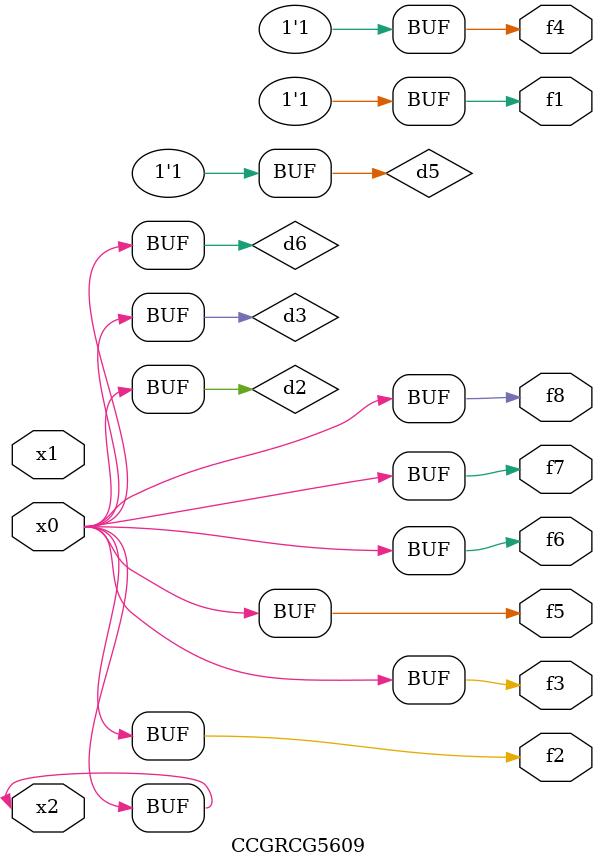
<source format=v>
module CCGRCG5609(
	input x0, x1, x2,
	output f1, f2, f3, f4, f5, f6, f7, f8
);

	wire d1, d2, d3, d4, d5, d6;

	xnor (d1, x2);
	buf (d2, x0, x2);
	and (d3, x0);
	xnor (d4, x1, x2);
	nand (d5, d1, d3);
	buf (d6, d2, d3);
	assign f1 = d5;
	assign f2 = d6;
	assign f3 = d6;
	assign f4 = d5;
	assign f5 = d6;
	assign f6 = d6;
	assign f7 = d6;
	assign f8 = d6;
endmodule

</source>
